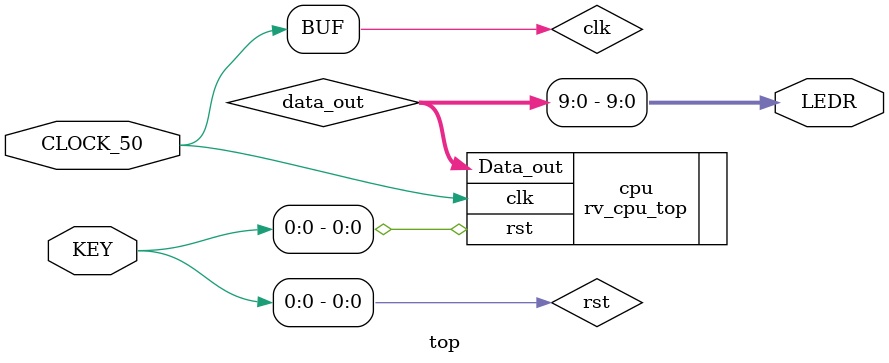
<source format=v>
`define Enable_CLOCK
`define Enable_KEY
`define Enable_LEDR
// `define Enable_PS2
// `define Enable_RESET
// `define Enable_SD
// `define Enable_SW
// `define Enable_VGA

module top (
`ifdef Enable_CLOCK2
    ///////// CLOCK2 "3.3-V LVTTL" /////////
    input              CLOCK2_50,
`endif
`ifdef Enable_CLOCK3
    ///////// CLOCK3 "3.3-V LVTTL" /////////
    input              CLOCK3_50,
`endif
`ifdef Enable_CLOCK4
    ///////// CLOCK4  "3.3-V LVTTL" /////////
    inout              CLOCK4_50,
`endif
`ifdef Enable_CLOCK
    ///////// CLOCK  "3.3-V LVTTL" /////////
    input              CLOCK_50,
`endif
`ifdef Enable_DRAM
    ///////// DRAM  "3.3-V LVTTL" /////////
    output      [12:0] DRAM_ADDR,
    output      [1:0]  DRAM_BA,
    output             DRAM_CAS_N,
    output             DRAM_CKE,
    output             DRAM_CLK,
    output             DRAM_CS_N,
    inout       [15:0] DRAM_DQ,
    output             DRAM_LDQM,
    output             DRAM_RAS_N,
    output             DRAM_UDQM,
    output             DRAM_WE_N,
`endif
`ifdef Enable_GPIO
    ///////// GPIO "3.3-V LVTTL" /////////
    inout       [35:0] GPIO_0,
    inout       [35:0] GPIO_1,
`endif
`ifdef Enable_HEX0
    ///////// HEX0  "3.3-V LVTTL" /////////
    output      [6:0]  HEX0,
`endif
`ifdef Enable_HEX1
    ///////// HEX1 "3.3-V LVTTL" /////////
    output      [6:0]  HEX1,
`endif
`ifdef Enable_HEX2
    ///////// HEX2 "3.3-V LVTTL" /////////
    output      [6:0]  HEX2,
`endif
`ifdef Enable_HEX3
    ///////// HEX3 "3.3-V LVTTL" /////////
    output      [6:0]  HEX3,
`endif
`ifdef Enable_HEX4
    ///////// HEX4 "3.3-V LVTTL" /////////
    output      [6:0]  HEX4,
`endif
`ifdef Enable_HEX5
    ///////// HEX5 "3.3-V LVTTL" /////////
    output      [6:0]  HEX5,
`endif
`ifdef Enable_KEY
    ///////// KEY  "3.3-V LVTTL" /////////
    input       [3:0]  KEY,
`endif
`ifdef Enable_LEDR
    ///////// LEDR /////////
    output      [9:0]  LEDR
`endif
`ifdef Enable_PS2
    ///////// PS2 "3.3-V LVTTL" /////////
    inout              PS2_CLK,
    inout              PS2_CLK2,
    inout              PS2_DAT,
    inout              PS2_DAT2,
`endif
`ifdef Enable_RESET
    ///////// RESET "3.3-V LVTTL" /////////
    input              RESET_N,
`endif
`ifdef Enable_SD
    ///////// SD "3.3-V LVTTL" /////////
    output             SD_CLK,
    inout              SD_CMD,
    inout       [3:0]  SD_DATA,
`endif
`ifdef Enable_SW
    ///////// SW "3.3-V LVTTL" /////////
    input       [9:0]  SW,
`endif
`ifdef Enable_VGA
    ///////// VGA  "3.3-V LVTTL" /////////
    output      [3:0]  VGA_B,
    output      [3:0]  VGA_G,
    output             VGA_HS,
    output      [3:0]  VGA_R,
    output             VGA_VS
`endif	 
);
    // On-Board 50MHz Clock
    wire clk = CLOCK_50;

    // 3.3V Schmitt Trigger (Debounced)
    wire rst = KEY[0];

    wire [31:0] data_out;

    rv_cpu_top #(
        .DATA_WIDTH(32),
        .ADDR_WIDTH(32)
    ) cpu (
        .clk(clk),
        .rst(rst),
        .Data_out(data_out)
    );

    assign LEDR = data_out [9:0];
endmodule

</source>
